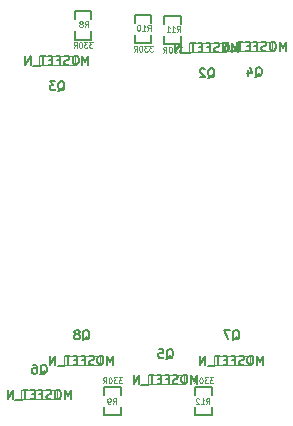
<source format=gbo>
%FSLAX46Y46*%
G04 Gerber Fmt 4.6, Leading zero omitted, Abs format (unit mm)*
G04 Created by KiCad (PCBNEW (2014-08-02 BZR 5044)-product) date 13.08.2014 13:27:26*
%MOMM*%
G01*
G04 APERTURE LIST*
%ADD10C,0.150000*%
%ADD11C,0.127000*%
%ADD12C,0.119380*%
%ADD13C,0.114300*%
%ADD14C,0.129540*%
G04 APERTURE END LIST*
D10*
D11*
X97098500Y-23800380D02*
X97098500Y-24506500D01*
X97098500Y-24506500D02*
X95701500Y-24506500D01*
X95701500Y-24506500D02*
X95701500Y-23800380D01*
X97098500Y-22093500D02*
X97098500Y-22799620D01*
X97098500Y-22093500D02*
X95701500Y-22093500D01*
X95701500Y-22093500D02*
X95701500Y-22799620D01*
X98201500Y-54599620D02*
X98201500Y-53893500D01*
X98201500Y-53893500D02*
X99598500Y-53893500D01*
X99598500Y-53893500D02*
X99598500Y-54599620D01*
X98201500Y-56306500D02*
X98201500Y-55600380D01*
X98201500Y-56306500D02*
X99598500Y-56306500D01*
X99598500Y-56306500D02*
X99598500Y-55600380D01*
X102198500Y-24100380D02*
X102198500Y-24806500D01*
X102198500Y-24806500D02*
X100801500Y-24806500D01*
X100801500Y-24806500D02*
X100801500Y-24100380D01*
X102198500Y-22393500D02*
X102198500Y-23099620D01*
X102198500Y-22393500D02*
X100801500Y-22393500D01*
X100801500Y-22393500D02*
X100801500Y-23099620D01*
X104698500Y-24200380D02*
X104698500Y-24906500D01*
X104698500Y-24906500D02*
X103301500Y-24906500D01*
X103301500Y-24906500D02*
X103301500Y-24200380D01*
X104698500Y-22493500D02*
X104698500Y-23199620D01*
X104698500Y-22493500D02*
X103301500Y-22493500D01*
X103301500Y-22493500D02*
X103301500Y-23199620D01*
X105901500Y-54599620D02*
X105901500Y-53893500D01*
X105901500Y-53893500D02*
X107298500Y-53893500D01*
X107298500Y-53893500D02*
X107298500Y-54599620D01*
X105901500Y-56306500D02*
X105901500Y-55600380D01*
X105901500Y-56306500D02*
X107298500Y-56306500D01*
X107298500Y-56306500D02*
X107298500Y-55600380D01*
D12*
X105376000Y-25581000D02*
X108424000Y-25581000D01*
X108424000Y-25581000D02*
X108424000Y-24819000D01*
X108424000Y-24819000D02*
X105376000Y-24819000D01*
X105376000Y-24819000D02*
X105376000Y-25581000D01*
X92676000Y-26681000D02*
X95724000Y-26681000D01*
X95724000Y-26681000D02*
X95724000Y-25919000D01*
X95724000Y-25919000D02*
X92676000Y-25919000D01*
X92676000Y-25919000D02*
X92676000Y-26681000D01*
X109376000Y-25481000D02*
X112424000Y-25481000D01*
X112424000Y-25481000D02*
X112424000Y-24719000D01*
X112424000Y-24719000D02*
X109376000Y-24719000D01*
X109376000Y-24719000D02*
X109376000Y-25481000D01*
X104924000Y-52919000D02*
X101876000Y-52919000D01*
X101876000Y-52919000D02*
X101876000Y-53681000D01*
X101876000Y-53681000D02*
X104924000Y-53681000D01*
X104924000Y-53681000D02*
X104924000Y-52919000D01*
X94224000Y-54219000D02*
X91176000Y-54219000D01*
X91176000Y-54219000D02*
X91176000Y-54981000D01*
X91176000Y-54981000D02*
X94224000Y-54981000D01*
X94224000Y-54981000D02*
X94224000Y-54219000D01*
X110524000Y-51319000D02*
X107476000Y-51319000D01*
X107476000Y-51319000D02*
X107476000Y-52081000D01*
X107476000Y-52081000D02*
X110524000Y-52081000D01*
X110524000Y-52081000D02*
X110524000Y-51319000D01*
X97824000Y-51319000D02*
X94776000Y-51319000D01*
X94776000Y-51319000D02*
X94776000Y-52081000D01*
X94776000Y-52081000D02*
X97824000Y-52081000D01*
X97824000Y-52081000D02*
X97824000Y-51319000D01*
D13*
X96539700Y-23462862D02*
X96692100Y-23224586D01*
X96800957Y-23462862D02*
X96800957Y-22962482D01*
X96626785Y-22962482D01*
X96583243Y-22986310D01*
X96561471Y-23010138D01*
X96539700Y-23057793D01*
X96539700Y-23129276D01*
X96561471Y-23176931D01*
X96583243Y-23200759D01*
X96626785Y-23224586D01*
X96800957Y-23224586D01*
X96278443Y-23176931D02*
X96321985Y-23153103D01*
X96343757Y-23129276D01*
X96365528Y-23081620D01*
X96365528Y-23057793D01*
X96343757Y-23010138D01*
X96321985Y-22986310D01*
X96278443Y-22962482D01*
X96191357Y-22962482D01*
X96147814Y-22986310D01*
X96126043Y-23010138D01*
X96104271Y-23057793D01*
X96104271Y-23081620D01*
X96126043Y-23129276D01*
X96147814Y-23153103D01*
X96191357Y-23176931D01*
X96278443Y-23176931D01*
X96321985Y-23200759D01*
X96343757Y-23224586D01*
X96365528Y-23272241D01*
X96365528Y-23367552D01*
X96343757Y-23415207D01*
X96321985Y-23439035D01*
X96278443Y-23462862D01*
X96191357Y-23462862D01*
X96147814Y-23439035D01*
X96126043Y-23415207D01*
X96104271Y-23367552D01*
X96104271Y-23272241D01*
X96126043Y-23224586D01*
X96147814Y-23200759D01*
X96191357Y-23176931D01*
X97216429Y-24721070D02*
X96933400Y-24721070D01*
X97085800Y-24914593D01*
X97020486Y-24914593D01*
X96976943Y-24938784D01*
X96955172Y-24962974D01*
X96933400Y-25011355D01*
X96933400Y-25132308D01*
X96955172Y-25180689D01*
X96976943Y-25204879D01*
X97020486Y-25229070D01*
X97151114Y-25229070D01*
X97194657Y-25204879D01*
X97216429Y-25180689D01*
X96781000Y-24721070D02*
X96497971Y-24721070D01*
X96650371Y-24914593D01*
X96585057Y-24914593D01*
X96541514Y-24938784D01*
X96519743Y-24962974D01*
X96497971Y-25011355D01*
X96497971Y-25132308D01*
X96519743Y-25180689D01*
X96541514Y-25204879D01*
X96585057Y-25229070D01*
X96715685Y-25229070D01*
X96759228Y-25204879D01*
X96781000Y-25180689D01*
X96214942Y-24721070D02*
X96171399Y-24721070D01*
X96127856Y-24745260D01*
X96106085Y-24769450D01*
X96084314Y-24817831D01*
X96062542Y-24914593D01*
X96062542Y-25035546D01*
X96084314Y-25132308D01*
X96106085Y-25180689D01*
X96127856Y-25204879D01*
X96171399Y-25229070D01*
X96214942Y-25229070D01*
X96258485Y-25204879D01*
X96280256Y-25180689D01*
X96302028Y-25132308D01*
X96323799Y-25035546D01*
X96323799Y-24914593D01*
X96302028Y-24817831D01*
X96280256Y-24769450D01*
X96258485Y-24745260D01*
X96214942Y-24721070D01*
X95605342Y-25229070D02*
X95757742Y-24987165D01*
X95866599Y-25229070D02*
X95866599Y-24721070D01*
X95692427Y-24721070D01*
X95648885Y-24745260D01*
X95627113Y-24769450D01*
X95605342Y-24817831D01*
X95605342Y-24890403D01*
X95627113Y-24938784D01*
X95648885Y-24962974D01*
X95692427Y-24987165D01*
X95866599Y-24987165D01*
X98912700Y-55389862D02*
X99065100Y-55151586D01*
X99173957Y-55389862D02*
X99173957Y-54889482D01*
X98999785Y-54889482D01*
X98956243Y-54913310D01*
X98934471Y-54937138D01*
X98912700Y-54984793D01*
X98912700Y-55056276D01*
X98934471Y-55103931D01*
X98956243Y-55127759D01*
X98999785Y-55151586D01*
X99173957Y-55151586D01*
X98694985Y-55389862D02*
X98607900Y-55389862D01*
X98564357Y-55366035D01*
X98542585Y-55342207D01*
X98499043Y-55270724D01*
X98477271Y-55175414D01*
X98477271Y-54984793D01*
X98499043Y-54937138D01*
X98520814Y-54913310D01*
X98564357Y-54889482D01*
X98651443Y-54889482D01*
X98694985Y-54913310D01*
X98716757Y-54937138D01*
X98738528Y-54984793D01*
X98738528Y-55103931D01*
X98716757Y-55151586D01*
X98694985Y-55175414D01*
X98651443Y-55199241D01*
X98564357Y-55199241D01*
X98520814Y-55175414D01*
X98499043Y-55151586D01*
X98477271Y-55103931D01*
X99716429Y-53122550D02*
X99433400Y-53122550D01*
X99585800Y-53316073D01*
X99520486Y-53316073D01*
X99476943Y-53340264D01*
X99455172Y-53364454D01*
X99433400Y-53412835D01*
X99433400Y-53533788D01*
X99455172Y-53582169D01*
X99476943Y-53606359D01*
X99520486Y-53630550D01*
X99651114Y-53630550D01*
X99694657Y-53606359D01*
X99716429Y-53582169D01*
X99281000Y-53122550D02*
X98997971Y-53122550D01*
X99150371Y-53316073D01*
X99085057Y-53316073D01*
X99041514Y-53340264D01*
X99019743Y-53364454D01*
X98997971Y-53412835D01*
X98997971Y-53533788D01*
X99019743Y-53582169D01*
X99041514Y-53606359D01*
X99085057Y-53630550D01*
X99215685Y-53630550D01*
X99259228Y-53606359D01*
X99281000Y-53582169D01*
X98714942Y-53122550D02*
X98671399Y-53122550D01*
X98627856Y-53146740D01*
X98606085Y-53170930D01*
X98584314Y-53219311D01*
X98562542Y-53316073D01*
X98562542Y-53437026D01*
X98584314Y-53533788D01*
X98606085Y-53582169D01*
X98627856Y-53606359D01*
X98671399Y-53630550D01*
X98714942Y-53630550D01*
X98758485Y-53606359D01*
X98780256Y-53582169D01*
X98802028Y-53533788D01*
X98823799Y-53437026D01*
X98823799Y-53316073D01*
X98802028Y-53219311D01*
X98780256Y-53170930D01*
X98758485Y-53146740D01*
X98714942Y-53122550D01*
X98105342Y-53630550D02*
X98257742Y-53388645D01*
X98366599Y-53630550D02*
X98366599Y-53122550D01*
X98192427Y-53122550D01*
X98148885Y-53146740D01*
X98127113Y-53170930D01*
X98105342Y-53219311D01*
X98105342Y-53291883D01*
X98127113Y-53340264D01*
X98148885Y-53364454D01*
X98192427Y-53388645D01*
X98366599Y-53388645D01*
X101857415Y-23762862D02*
X102009815Y-23524586D01*
X102118672Y-23762862D02*
X102118672Y-23262482D01*
X101944500Y-23262482D01*
X101900958Y-23286310D01*
X101879186Y-23310138D01*
X101857415Y-23357793D01*
X101857415Y-23429276D01*
X101879186Y-23476931D01*
X101900958Y-23500759D01*
X101944500Y-23524586D01*
X102118672Y-23524586D01*
X101421986Y-23762862D02*
X101683243Y-23762862D01*
X101552615Y-23762862D02*
X101552615Y-23262482D01*
X101596158Y-23333965D01*
X101639700Y-23381620D01*
X101683243Y-23405448D01*
X101138957Y-23262482D02*
X101095414Y-23262482D01*
X101051871Y-23286310D01*
X101030100Y-23310138D01*
X101008329Y-23357793D01*
X100986557Y-23453103D01*
X100986557Y-23572241D01*
X101008329Y-23667552D01*
X101030100Y-23715207D01*
X101051871Y-23739035D01*
X101095414Y-23762862D01*
X101138957Y-23762862D01*
X101182500Y-23739035D01*
X101204271Y-23715207D01*
X101226043Y-23667552D01*
X101247814Y-23572241D01*
X101247814Y-23453103D01*
X101226043Y-23357793D01*
X101204271Y-23310138D01*
X101182500Y-23286310D01*
X101138957Y-23262482D01*
X102316429Y-25021070D02*
X102033400Y-25021070D01*
X102185800Y-25214593D01*
X102120486Y-25214593D01*
X102076943Y-25238784D01*
X102055172Y-25262974D01*
X102033400Y-25311355D01*
X102033400Y-25432308D01*
X102055172Y-25480689D01*
X102076943Y-25504879D01*
X102120486Y-25529070D01*
X102251114Y-25529070D01*
X102294657Y-25504879D01*
X102316429Y-25480689D01*
X101881000Y-25021070D02*
X101597971Y-25021070D01*
X101750371Y-25214593D01*
X101685057Y-25214593D01*
X101641514Y-25238784D01*
X101619743Y-25262974D01*
X101597971Y-25311355D01*
X101597971Y-25432308D01*
X101619743Y-25480689D01*
X101641514Y-25504879D01*
X101685057Y-25529070D01*
X101815685Y-25529070D01*
X101859228Y-25504879D01*
X101881000Y-25480689D01*
X101314942Y-25021070D02*
X101271399Y-25021070D01*
X101227856Y-25045260D01*
X101206085Y-25069450D01*
X101184314Y-25117831D01*
X101162542Y-25214593D01*
X101162542Y-25335546D01*
X101184314Y-25432308D01*
X101206085Y-25480689D01*
X101227856Y-25504879D01*
X101271399Y-25529070D01*
X101314942Y-25529070D01*
X101358485Y-25504879D01*
X101380256Y-25480689D01*
X101402028Y-25432308D01*
X101423799Y-25335546D01*
X101423799Y-25214593D01*
X101402028Y-25117831D01*
X101380256Y-25069450D01*
X101358485Y-25045260D01*
X101314942Y-25021070D01*
X100705342Y-25529070D02*
X100857742Y-25287165D01*
X100966599Y-25529070D02*
X100966599Y-25021070D01*
X100792427Y-25021070D01*
X100748885Y-25045260D01*
X100727113Y-25069450D01*
X100705342Y-25117831D01*
X100705342Y-25190403D01*
X100727113Y-25238784D01*
X100748885Y-25262974D01*
X100792427Y-25287165D01*
X100966599Y-25287165D01*
X104357415Y-23862862D02*
X104509815Y-23624586D01*
X104618672Y-23862862D02*
X104618672Y-23362482D01*
X104444500Y-23362482D01*
X104400958Y-23386310D01*
X104379186Y-23410138D01*
X104357415Y-23457793D01*
X104357415Y-23529276D01*
X104379186Y-23576931D01*
X104400958Y-23600759D01*
X104444500Y-23624586D01*
X104618672Y-23624586D01*
X103921986Y-23862862D02*
X104183243Y-23862862D01*
X104052615Y-23862862D02*
X104052615Y-23362482D01*
X104096158Y-23433965D01*
X104139700Y-23481620D01*
X104183243Y-23505448D01*
X103486557Y-23862862D02*
X103747814Y-23862862D01*
X103617186Y-23862862D02*
X103617186Y-23362482D01*
X103660729Y-23433965D01*
X103704271Y-23481620D01*
X103747814Y-23505448D01*
X104816429Y-25121070D02*
X104533400Y-25121070D01*
X104685800Y-25314593D01*
X104620486Y-25314593D01*
X104576943Y-25338784D01*
X104555172Y-25362974D01*
X104533400Y-25411355D01*
X104533400Y-25532308D01*
X104555172Y-25580689D01*
X104576943Y-25604879D01*
X104620486Y-25629070D01*
X104751114Y-25629070D01*
X104794657Y-25604879D01*
X104816429Y-25580689D01*
X104381000Y-25121070D02*
X104097971Y-25121070D01*
X104250371Y-25314593D01*
X104185057Y-25314593D01*
X104141514Y-25338784D01*
X104119743Y-25362974D01*
X104097971Y-25411355D01*
X104097971Y-25532308D01*
X104119743Y-25580689D01*
X104141514Y-25604879D01*
X104185057Y-25629070D01*
X104315685Y-25629070D01*
X104359228Y-25604879D01*
X104381000Y-25580689D01*
X103814942Y-25121070D02*
X103771399Y-25121070D01*
X103727856Y-25145260D01*
X103706085Y-25169450D01*
X103684314Y-25217831D01*
X103662542Y-25314593D01*
X103662542Y-25435546D01*
X103684314Y-25532308D01*
X103706085Y-25580689D01*
X103727856Y-25604879D01*
X103771399Y-25629070D01*
X103814942Y-25629070D01*
X103858485Y-25604879D01*
X103880256Y-25580689D01*
X103902028Y-25532308D01*
X103923799Y-25435546D01*
X103923799Y-25314593D01*
X103902028Y-25217831D01*
X103880256Y-25169450D01*
X103858485Y-25145260D01*
X103814942Y-25121070D01*
X103205342Y-25629070D02*
X103357742Y-25387165D01*
X103466599Y-25629070D02*
X103466599Y-25121070D01*
X103292427Y-25121070D01*
X103248885Y-25145260D01*
X103227113Y-25169450D01*
X103205342Y-25217831D01*
X103205342Y-25290403D01*
X103227113Y-25338784D01*
X103248885Y-25362974D01*
X103292427Y-25387165D01*
X103466599Y-25387165D01*
X106830415Y-55389862D02*
X106982815Y-55151586D01*
X107091672Y-55389862D02*
X107091672Y-54889482D01*
X106917500Y-54889482D01*
X106873958Y-54913310D01*
X106852186Y-54937138D01*
X106830415Y-54984793D01*
X106830415Y-55056276D01*
X106852186Y-55103931D01*
X106873958Y-55127759D01*
X106917500Y-55151586D01*
X107091672Y-55151586D01*
X106394986Y-55389862D02*
X106656243Y-55389862D01*
X106525615Y-55389862D02*
X106525615Y-54889482D01*
X106569158Y-54960965D01*
X106612700Y-55008620D01*
X106656243Y-55032448D01*
X106220814Y-54937138D02*
X106199043Y-54913310D01*
X106155500Y-54889482D01*
X106046643Y-54889482D01*
X106003100Y-54913310D01*
X105981329Y-54937138D01*
X105959557Y-54984793D01*
X105959557Y-55032448D01*
X105981329Y-55103931D01*
X106242586Y-55389862D01*
X105959557Y-55389862D01*
X107416429Y-53122550D02*
X107133400Y-53122550D01*
X107285800Y-53316073D01*
X107220486Y-53316073D01*
X107176943Y-53340264D01*
X107155172Y-53364454D01*
X107133400Y-53412835D01*
X107133400Y-53533788D01*
X107155172Y-53582169D01*
X107176943Y-53606359D01*
X107220486Y-53630550D01*
X107351114Y-53630550D01*
X107394657Y-53606359D01*
X107416429Y-53582169D01*
X106981000Y-53122550D02*
X106697971Y-53122550D01*
X106850371Y-53316073D01*
X106785057Y-53316073D01*
X106741514Y-53340264D01*
X106719743Y-53364454D01*
X106697971Y-53412835D01*
X106697971Y-53533788D01*
X106719743Y-53582169D01*
X106741514Y-53606359D01*
X106785057Y-53630550D01*
X106915685Y-53630550D01*
X106959228Y-53606359D01*
X106981000Y-53582169D01*
X106414942Y-53122550D02*
X106371399Y-53122550D01*
X106327856Y-53146740D01*
X106306085Y-53170930D01*
X106284314Y-53219311D01*
X106262542Y-53316073D01*
X106262542Y-53437026D01*
X106284314Y-53533788D01*
X106306085Y-53582169D01*
X106327856Y-53606359D01*
X106371399Y-53630550D01*
X106414942Y-53630550D01*
X106458485Y-53606359D01*
X106480256Y-53582169D01*
X106502028Y-53533788D01*
X106523799Y-53437026D01*
X106523799Y-53316073D01*
X106502028Y-53219311D01*
X106480256Y-53170930D01*
X106458485Y-53146740D01*
X106414942Y-53122550D01*
X105805342Y-53630550D02*
X105957742Y-53388645D01*
X106066599Y-53630550D02*
X106066599Y-53122550D01*
X105892427Y-53122550D01*
X105848885Y-53146740D01*
X105827113Y-53170930D01*
X105805342Y-53219311D01*
X105805342Y-53291883D01*
X105827113Y-53340264D01*
X105848885Y-53364454D01*
X105892427Y-53388645D01*
X106066599Y-53388645D01*
D14*
X106972571Y-27776286D02*
X107045143Y-27740000D01*
X107117714Y-27667429D01*
X107226571Y-27558571D01*
X107299143Y-27522286D01*
X107371714Y-27522286D01*
X107335429Y-27703714D02*
X107408000Y-27667429D01*
X107480571Y-27594857D01*
X107516857Y-27449714D01*
X107516857Y-27195714D01*
X107480571Y-27050571D01*
X107408000Y-26978000D01*
X107335429Y-26941714D01*
X107190286Y-26941714D01*
X107117714Y-26978000D01*
X107045143Y-27050571D01*
X107008857Y-27195714D01*
X107008857Y-27449714D01*
X107045143Y-27594857D01*
X107117714Y-27667429D01*
X107190286Y-27703714D01*
X107335429Y-27703714D01*
X106718571Y-27014286D02*
X106682285Y-26978000D01*
X106609714Y-26941714D01*
X106428285Y-26941714D01*
X106355714Y-26978000D01*
X106319428Y-27014286D01*
X106283143Y-27086857D01*
X106283143Y-27159429D01*
X106319428Y-27268286D01*
X106754857Y-27703714D01*
X106283143Y-27703714D01*
X109566999Y-25544714D02*
X109566999Y-24782714D01*
X109312999Y-25327000D01*
X109058999Y-24782714D01*
X109058999Y-25544714D01*
X108551000Y-24782714D02*
X108405857Y-24782714D01*
X108333285Y-24819000D01*
X108260714Y-24891571D01*
X108224428Y-25036714D01*
X108224428Y-25290714D01*
X108260714Y-25435857D01*
X108333285Y-25508429D01*
X108405857Y-25544714D01*
X108551000Y-25544714D01*
X108623571Y-25508429D01*
X108696142Y-25435857D01*
X108732428Y-25290714D01*
X108732428Y-25036714D01*
X108696142Y-24891571D01*
X108623571Y-24819000D01*
X108551000Y-24782714D01*
X107934142Y-25508429D02*
X107825285Y-25544714D01*
X107643856Y-25544714D01*
X107571285Y-25508429D01*
X107534999Y-25472143D01*
X107498714Y-25399571D01*
X107498714Y-25327000D01*
X107534999Y-25254429D01*
X107571285Y-25218143D01*
X107643856Y-25181857D01*
X107788999Y-25145571D01*
X107861571Y-25109286D01*
X107897856Y-25073000D01*
X107934142Y-25000429D01*
X107934142Y-24927857D01*
X107897856Y-24855286D01*
X107861571Y-24819000D01*
X107788999Y-24782714D01*
X107607571Y-24782714D01*
X107498714Y-24819000D01*
X106918142Y-25145571D02*
X107172142Y-25145571D01*
X107172142Y-25544714D02*
X107172142Y-24782714D01*
X106809285Y-24782714D01*
X106518999Y-25145571D02*
X106264999Y-25145571D01*
X106156142Y-25544714D02*
X106518999Y-25544714D01*
X106518999Y-24782714D01*
X106156142Y-24782714D01*
X105938428Y-24782714D02*
X105502999Y-24782714D01*
X105720713Y-25544714D02*
X105720713Y-24782714D01*
X105430428Y-25617286D02*
X104849857Y-25617286D01*
X104668428Y-25544714D02*
X104668428Y-24782714D01*
X104233000Y-25544714D01*
X104233000Y-24782714D01*
X94272571Y-28876286D02*
X94345143Y-28840000D01*
X94417714Y-28767429D01*
X94526571Y-28658571D01*
X94599143Y-28622286D01*
X94671714Y-28622286D01*
X94635429Y-28803714D02*
X94708000Y-28767429D01*
X94780571Y-28694857D01*
X94816857Y-28549714D01*
X94816857Y-28295714D01*
X94780571Y-28150571D01*
X94708000Y-28078000D01*
X94635429Y-28041714D01*
X94490286Y-28041714D01*
X94417714Y-28078000D01*
X94345143Y-28150571D01*
X94308857Y-28295714D01*
X94308857Y-28549714D01*
X94345143Y-28694857D01*
X94417714Y-28767429D01*
X94490286Y-28803714D01*
X94635429Y-28803714D01*
X94054857Y-28041714D02*
X93583143Y-28041714D01*
X93837143Y-28332000D01*
X93728285Y-28332000D01*
X93655714Y-28368286D01*
X93619428Y-28404571D01*
X93583143Y-28477143D01*
X93583143Y-28658571D01*
X93619428Y-28731143D01*
X93655714Y-28767429D01*
X93728285Y-28803714D01*
X93946000Y-28803714D01*
X94018571Y-28767429D01*
X94054857Y-28731143D01*
X96866999Y-26644714D02*
X96866999Y-25882714D01*
X96612999Y-26427000D01*
X96358999Y-25882714D01*
X96358999Y-26644714D01*
X95851000Y-25882714D02*
X95705857Y-25882714D01*
X95633285Y-25919000D01*
X95560714Y-25991571D01*
X95524428Y-26136714D01*
X95524428Y-26390714D01*
X95560714Y-26535857D01*
X95633285Y-26608429D01*
X95705857Y-26644714D01*
X95851000Y-26644714D01*
X95923571Y-26608429D01*
X95996142Y-26535857D01*
X96032428Y-26390714D01*
X96032428Y-26136714D01*
X95996142Y-25991571D01*
X95923571Y-25919000D01*
X95851000Y-25882714D01*
X95234142Y-26608429D02*
X95125285Y-26644714D01*
X94943856Y-26644714D01*
X94871285Y-26608429D01*
X94834999Y-26572143D01*
X94798714Y-26499571D01*
X94798714Y-26427000D01*
X94834999Y-26354429D01*
X94871285Y-26318143D01*
X94943856Y-26281857D01*
X95088999Y-26245571D01*
X95161571Y-26209286D01*
X95197856Y-26173000D01*
X95234142Y-26100429D01*
X95234142Y-26027857D01*
X95197856Y-25955286D01*
X95161571Y-25919000D01*
X95088999Y-25882714D01*
X94907571Y-25882714D01*
X94798714Y-25919000D01*
X94218142Y-26245571D02*
X94472142Y-26245571D01*
X94472142Y-26644714D02*
X94472142Y-25882714D01*
X94109285Y-25882714D01*
X93818999Y-26245571D02*
X93564999Y-26245571D01*
X93456142Y-26644714D02*
X93818999Y-26644714D01*
X93818999Y-25882714D01*
X93456142Y-25882714D01*
X93238428Y-25882714D02*
X92802999Y-25882714D01*
X93020713Y-26644714D02*
X93020713Y-25882714D01*
X92730428Y-26717286D02*
X92149857Y-26717286D01*
X91968428Y-26644714D02*
X91968428Y-25882714D01*
X91533000Y-26644714D01*
X91533000Y-25882714D01*
X110972571Y-27676286D02*
X111045143Y-27640000D01*
X111117714Y-27567429D01*
X111226571Y-27458571D01*
X111299143Y-27422286D01*
X111371714Y-27422286D01*
X111335429Y-27603714D02*
X111408000Y-27567429D01*
X111480571Y-27494857D01*
X111516857Y-27349714D01*
X111516857Y-27095714D01*
X111480571Y-26950571D01*
X111408000Y-26878000D01*
X111335429Y-26841714D01*
X111190286Y-26841714D01*
X111117714Y-26878000D01*
X111045143Y-26950571D01*
X111008857Y-27095714D01*
X111008857Y-27349714D01*
X111045143Y-27494857D01*
X111117714Y-27567429D01*
X111190286Y-27603714D01*
X111335429Y-27603714D01*
X110355714Y-27095714D02*
X110355714Y-27603714D01*
X110537143Y-26805429D02*
X110718571Y-27349714D01*
X110246857Y-27349714D01*
X113566999Y-25444714D02*
X113566999Y-24682714D01*
X113312999Y-25227000D01*
X113058999Y-24682714D01*
X113058999Y-25444714D01*
X112551000Y-24682714D02*
X112405857Y-24682714D01*
X112333285Y-24719000D01*
X112260714Y-24791571D01*
X112224428Y-24936714D01*
X112224428Y-25190714D01*
X112260714Y-25335857D01*
X112333285Y-25408429D01*
X112405857Y-25444714D01*
X112551000Y-25444714D01*
X112623571Y-25408429D01*
X112696142Y-25335857D01*
X112732428Y-25190714D01*
X112732428Y-24936714D01*
X112696142Y-24791571D01*
X112623571Y-24719000D01*
X112551000Y-24682714D01*
X111934142Y-25408429D02*
X111825285Y-25444714D01*
X111643856Y-25444714D01*
X111571285Y-25408429D01*
X111534999Y-25372143D01*
X111498714Y-25299571D01*
X111498714Y-25227000D01*
X111534999Y-25154429D01*
X111571285Y-25118143D01*
X111643856Y-25081857D01*
X111788999Y-25045571D01*
X111861571Y-25009286D01*
X111897856Y-24973000D01*
X111934142Y-24900429D01*
X111934142Y-24827857D01*
X111897856Y-24755286D01*
X111861571Y-24719000D01*
X111788999Y-24682714D01*
X111607571Y-24682714D01*
X111498714Y-24719000D01*
X110918142Y-25045571D02*
X111172142Y-25045571D01*
X111172142Y-25444714D02*
X111172142Y-24682714D01*
X110809285Y-24682714D01*
X110518999Y-25045571D02*
X110264999Y-25045571D01*
X110156142Y-25444714D02*
X110518999Y-25444714D01*
X110518999Y-24682714D01*
X110156142Y-24682714D01*
X109938428Y-24682714D02*
X109502999Y-24682714D01*
X109720713Y-25444714D02*
X109720713Y-24682714D01*
X109430428Y-25517286D02*
X108849857Y-25517286D01*
X108668428Y-25444714D02*
X108668428Y-24682714D01*
X108233000Y-25444714D01*
X108233000Y-24682714D01*
X103472571Y-51558286D02*
X103545143Y-51522000D01*
X103617714Y-51449429D01*
X103726571Y-51340571D01*
X103799143Y-51304286D01*
X103871714Y-51304286D01*
X103835429Y-51485714D02*
X103908000Y-51449429D01*
X103980571Y-51376857D01*
X104016857Y-51231714D01*
X104016857Y-50977714D01*
X103980571Y-50832571D01*
X103908000Y-50760000D01*
X103835429Y-50723714D01*
X103690286Y-50723714D01*
X103617714Y-50760000D01*
X103545143Y-50832571D01*
X103508857Y-50977714D01*
X103508857Y-51231714D01*
X103545143Y-51376857D01*
X103617714Y-51449429D01*
X103690286Y-51485714D01*
X103835429Y-51485714D01*
X102819428Y-50723714D02*
X103182285Y-50723714D01*
X103218571Y-51086571D01*
X103182285Y-51050286D01*
X103109714Y-51014000D01*
X102928285Y-51014000D01*
X102855714Y-51050286D01*
X102819428Y-51086571D01*
X102783143Y-51159143D01*
X102783143Y-51340571D01*
X102819428Y-51413143D01*
X102855714Y-51449429D01*
X102928285Y-51485714D01*
X103109714Y-51485714D01*
X103182285Y-51449429D01*
X103218571Y-51413143D01*
X106066999Y-53644714D02*
X106066999Y-52882714D01*
X105812999Y-53427000D01*
X105558999Y-52882714D01*
X105558999Y-53644714D01*
X105051000Y-52882714D02*
X104905857Y-52882714D01*
X104833285Y-52919000D01*
X104760714Y-52991571D01*
X104724428Y-53136714D01*
X104724428Y-53390714D01*
X104760714Y-53535857D01*
X104833285Y-53608429D01*
X104905857Y-53644714D01*
X105051000Y-53644714D01*
X105123571Y-53608429D01*
X105196142Y-53535857D01*
X105232428Y-53390714D01*
X105232428Y-53136714D01*
X105196142Y-52991571D01*
X105123571Y-52919000D01*
X105051000Y-52882714D01*
X104434142Y-53608429D02*
X104325285Y-53644714D01*
X104143856Y-53644714D01*
X104071285Y-53608429D01*
X104034999Y-53572143D01*
X103998714Y-53499571D01*
X103998714Y-53427000D01*
X104034999Y-53354429D01*
X104071285Y-53318143D01*
X104143856Y-53281857D01*
X104288999Y-53245571D01*
X104361571Y-53209286D01*
X104397856Y-53173000D01*
X104434142Y-53100429D01*
X104434142Y-53027857D01*
X104397856Y-52955286D01*
X104361571Y-52919000D01*
X104288999Y-52882714D01*
X104107571Y-52882714D01*
X103998714Y-52919000D01*
X103418142Y-53245571D02*
X103672142Y-53245571D01*
X103672142Y-53644714D02*
X103672142Y-52882714D01*
X103309285Y-52882714D01*
X103018999Y-53245571D02*
X102764999Y-53245571D01*
X102656142Y-53644714D02*
X103018999Y-53644714D01*
X103018999Y-52882714D01*
X102656142Y-52882714D01*
X102438428Y-52882714D02*
X102002999Y-52882714D01*
X102220713Y-53644714D02*
X102220713Y-52882714D01*
X101930428Y-53717286D02*
X101349857Y-53717286D01*
X101168428Y-53644714D02*
X101168428Y-52882714D01*
X100733000Y-53644714D01*
X100733000Y-52882714D01*
X92772571Y-52858286D02*
X92845143Y-52822000D01*
X92917714Y-52749429D01*
X93026571Y-52640571D01*
X93099143Y-52604286D01*
X93171714Y-52604286D01*
X93135429Y-52785714D02*
X93208000Y-52749429D01*
X93280571Y-52676857D01*
X93316857Y-52531714D01*
X93316857Y-52277714D01*
X93280571Y-52132571D01*
X93208000Y-52060000D01*
X93135429Y-52023714D01*
X92990286Y-52023714D01*
X92917714Y-52060000D01*
X92845143Y-52132571D01*
X92808857Y-52277714D01*
X92808857Y-52531714D01*
X92845143Y-52676857D01*
X92917714Y-52749429D01*
X92990286Y-52785714D01*
X93135429Y-52785714D01*
X92155714Y-52023714D02*
X92300857Y-52023714D01*
X92373428Y-52060000D01*
X92409714Y-52096286D01*
X92482285Y-52205143D01*
X92518571Y-52350286D01*
X92518571Y-52640571D01*
X92482285Y-52713143D01*
X92446000Y-52749429D01*
X92373428Y-52785714D01*
X92228285Y-52785714D01*
X92155714Y-52749429D01*
X92119428Y-52713143D01*
X92083143Y-52640571D01*
X92083143Y-52459143D01*
X92119428Y-52386571D01*
X92155714Y-52350286D01*
X92228285Y-52314000D01*
X92373428Y-52314000D01*
X92446000Y-52350286D01*
X92482285Y-52386571D01*
X92518571Y-52459143D01*
X95366999Y-54944714D02*
X95366999Y-54182714D01*
X95112999Y-54727000D01*
X94858999Y-54182714D01*
X94858999Y-54944714D01*
X94351000Y-54182714D02*
X94205857Y-54182714D01*
X94133285Y-54219000D01*
X94060714Y-54291571D01*
X94024428Y-54436714D01*
X94024428Y-54690714D01*
X94060714Y-54835857D01*
X94133285Y-54908429D01*
X94205857Y-54944714D01*
X94351000Y-54944714D01*
X94423571Y-54908429D01*
X94496142Y-54835857D01*
X94532428Y-54690714D01*
X94532428Y-54436714D01*
X94496142Y-54291571D01*
X94423571Y-54219000D01*
X94351000Y-54182714D01*
X93734142Y-54908429D02*
X93625285Y-54944714D01*
X93443856Y-54944714D01*
X93371285Y-54908429D01*
X93334999Y-54872143D01*
X93298714Y-54799571D01*
X93298714Y-54727000D01*
X93334999Y-54654429D01*
X93371285Y-54618143D01*
X93443856Y-54581857D01*
X93588999Y-54545571D01*
X93661571Y-54509286D01*
X93697856Y-54473000D01*
X93734142Y-54400429D01*
X93734142Y-54327857D01*
X93697856Y-54255286D01*
X93661571Y-54219000D01*
X93588999Y-54182714D01*
X93407571Y-54182714D01*
X93298714Y-54219000D01*
X92718142Y-54545571D02*
X92972142Y-54545571D01*
X92972142Y-54944714D02*
X92972142Y-54182714D01*
X92609285Y-54182714D01*
X92318999Y-54545571D02*
X92064999Y-54545571D01*
X91956142Y-54944714D02*
X92318999Y-54944714D01*
X92318999Y-54182714D01*
X91956142Y-54182714D01*
X91738428Y-54182714D02*
X91302999Y-54182714D01*
X91520713Y-54944714D02*
X91520713Y-54182714D01*
X91230428Y-55017286D02*
X90649857Y-55017286D01*
X90468428Y-54944714D02*
X90468428Y-54182714D01*
X90033000Y-54944714D01*
X90033000Y-54182714D01*
X109072571Y-49958286D02*
X109145143Y-49922000D01*
X109217714Y-49849429D01*
X109326571Y-49740571D01*
X109399143Y-49704286D01*
X109471714Y-49704286D01*
X109435429Y-49885714D02*
X109508000Y-49849429D01*
X109580571Y-49776857D01*
X109616857Y-49631714D01*
X109616857Y-49377714D01*
X109580571Y-49232571D01*
X109508000Y-49160000D01*
X109435429Y-49123714D01*
X109290286Y-49123714D01*
X109217714Y-49160000D01*
X109145143Y-49232571D01*
X109108857Y-49377714D01*
X109108857Y-49631714D01*
X109145143Y-49776857D01*
X109217714Y-49849429D01*
X109290286Y-49885714D01*
X109435429Y-49885714D01*
X108854857Y-49123714D02*
X108346857Y-49123714D01*
X108673428Y-49885714D01*
X111666999Y-52044714D02*
X111666999Y-51282714D01*
X111412999Y-51827000D01*
X111158999Y-51282714D01*
X111158999Y-52044714D01*
X110651000Y-51282714D02*
X110505857Y-51282714D01*
X110433285Y-51319000D01*
X110360714Y-51391571D01*
X110324428Y-51536714D01*
X110324428Y-51790714D01*
X110360714Y-51935857D01*
X110433285Y-52008429D01*
X110505857Y-52044714D01*
X110651000Y-52044714D01*
X110723571Y-52008429D01*
X110796142Y-51935857D01*
X110832428Y-51790714D01*
X110832428Y-51536714D01*
X110796142Y-51391571D01*
X110723571Y-51319000D01*
X110651000Y-51282714D01*
X110034142Y-52008429D02*
X109925285Y-52044714D01*
X109743856Y-52044714D01*
X109671285Y-52008429D01*
X109634999Y-51972143D01*
X109598714Y-51899571D01*
X109598714Y-51827000D01*
X109634999Y-51754429D01*
X109671285Y-51718143D01*
X109743856Y-51681857D01*
X109888999Y-51645571D01*
X109961571Y-51609286D01*
X109997856Y-51573000D01*
X110034142Y-51500429D01*
X110034142Y-51427857D01*
X109997856Y-51355286D01*
X109961571Y-51319000D01*
X109888999Y-51282714D01*
X109707571Y-51282714D01*
X109598714Y-51319000D01*
X109018142Y-51645571D02*
X109272142Y-51645571D01*
X109272142Y-52044714D02*
X109272142Y-51282714D01*
X108909285Y-51282714D01*
X108618999Y-51645571D02*
X108364999Y-51645571D01*
X108256142Y-52044714D02*
X108618999Y-52044714D01*
X108618999Y-51282714D01*
X108256142Y-51282714D01*
X108038428Y-51282714D02*
X107602999Y-51282714D01*
X107820713Y-52044714D02*
X107820713Y-51282714D01*
X107530428Y-52117286D02*
X106949857Y-52117286D01*
X106768428Y-52044714D02*
X106768428Y-51282714D01*
X106333000Y-52044714D01*
X106333000Y-51282714D01*
X96372571Y-49958286D02*
X96445143Y-49922000D01*
X96517714Y-49849429D01*
X96626571Y-49740571D01*
X96699143Y-49704286D01*
X96771714Y-49704286D01*
X96735429Y-49885714D02*
X96808000Y-49849429D01*
X96880571Y-49776857D01*
X96916857Y-49631714D01*
X96916857Y-49377714D01*
X96880571Y-49232571D01*
X96808000Y-49160000D01*
X96735429Y-49123714D01*
X96590286Y-49123714D01*
X96517714Y-49160000D01*
X96445143Y-49232571D01*
X96408857Y-49377714D01*
X96408857Y-49631714D01*
X96445143Y-49776857D01*
X96517714Y-49849429D01*
X96590286Y-49885714D01*
X96735429Y-49885714D01*
X95973428Y-49450286D02*
X96046000Y-49414000D01*
X96082285Y-49377714D01*
X96118571Y-49305143D01*
X96118571Y-49268857D01*
X96082285Y-49196286D01*
X96046000Y-49160000D01*
X95973428Y-49123714D01*
X95828285Y-49123714D01*
X95755714Y-49160000D01*
X95719428Y-49196286D01*
X95683143Y-49268857D01*
X95683143Y-49305143D01*
X95719428Y-49377714D01*
X95755714Y-49414000D01*
X95828285Y-49450286D01*
X95973428Y-49450286D01*
X96046000Y-49486571D01*
X96082285Y-49522857D01*
X96118571Y-49595429D01*
X96118571Y-49740571D01*
X96082285Y-49813143D01*
X96046000Y-49849429D01*
X95973428Y-49885714D01*
X95828285Y-49885714D01*
X95755714Y-49849429D01*
X95719428Y-49813143D01*
X95683143Y-49740571D01*
X95683143Y-49595429D01*
X95719428Y-49522857D01*
X95755714Y-49486571D01*
X95828285Y-49450286D01*
X98966999Y-52044714D02*
X98966999Y-51282714D01*
X98712999Y-51827000D01*
X98458999Y-51282714D01*
X98458999Y-52044714D01*
X97951000Y-51282714D02*
X97805857Y-51282714D01*
X97733285Y-51319000D01*
X97660714Y-51391571D01*
X97624428Y-51536714D01*
X97624428Y-51790714D01*
X97660714Y-51935857D01*
X97733285Y-52008429D01*
X97805857Y-52044714D01*
X97951000Y-52044714D01*
X98023571Y-52008429D01*
X98096142Y-51935857D01*
X98132428Y-51790714D01*
X98132428Y-51536714D01*
X98096142Y-51391571D01*
X98023571Y-51319000D01*
X97951000Y-51282714D01*
X97334142Y-52008429D02*
X97225285Y-52044714D01*
X97043856Y-52044714D01*
X96971285Y-52008429D01*
X96934999Y-51972143D01*
X96898714Y-51899571D01*
X96898714Y-51827000D01*
X96934999Y-51754429D01*
X96971285Y-51718143D01*
X97043856Y-51681857D01*
X97188999Y-51645571D01*
X97261571Y-51609286D01*
X97297856Y-51573000D01*
X97334142Y-51500429D01*
X97334142Y-51427857D01*
X97297856Y-51355286D01*
X97261571Y-51319000D01*
X97188999Y-51282714D01*
X97007571Y-51282714D01*
X96898714Y-51319000D01*
X96318142Y-51645571D02*
X96572142Y-51645571D01*
X96572142Y-52044714D02*
X96572142Y-51282714D01*
X96209285Y-51282714D01*
X95918999Y-51645571D02*
X95664999Y-51645571D01*
X95556142Y-52044714D02*
X95918999Y-52044714D01*
X95918999Y-51282714D01*
X95556142Y-51282714D01*
X95338428Y-51282714D02*
X94902999Y-51282714D01*
X95120713Y-52044714D02*
X95120713Y-51282714D01*
X94830428Y-52117286D02*
X94249857Y-52117286D01*
X94068428Y-52044714D02*
X94068428Y-51282714D01*
X93633000Y-52044714D01*
X93633000Y-51282714D01*
M02*

</source>
